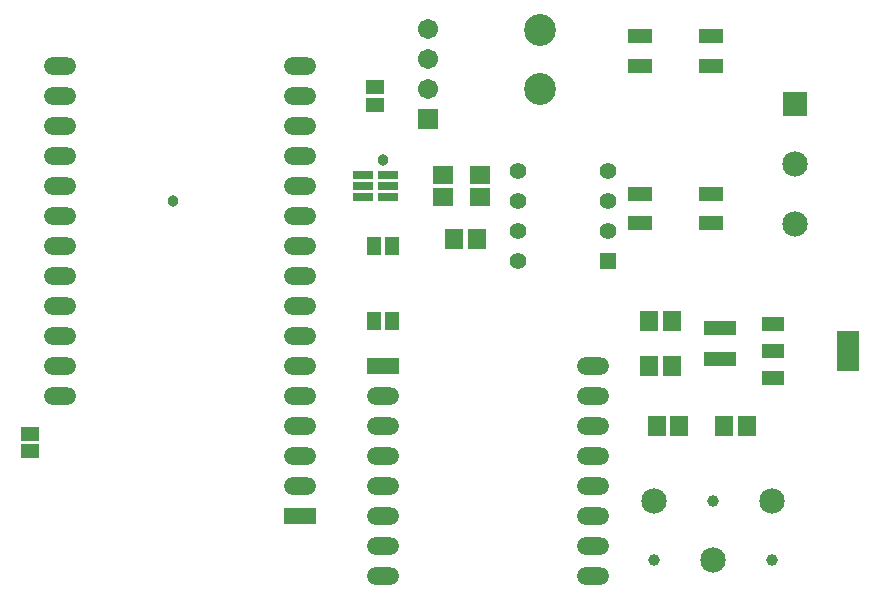
<source format=gts>
G04*
G04 #@! TF.GenerationSoftware,Altium Limited,Altium Designer,22.5.1 (42)*
G04*
G04 Layer_Color=8388736*
%FSLAX44Y44*%
%MOMM*%
G71*
G04*
G04 #@! TF.SameCoordinates,8346B9DA-9F02-4375-9B92-E9104D78EC3E*
G04*
G04*
G04 #@! TF.FilePolarity,Negative*
G04*
G01*
G75*
%ADD25R,2.0532X1.1532*%
%ADD26R,2.8032X1.3032*%
%ADD27R,1.3032X1.6032*%
%ADD28R,1.5032X1.7032*%
%ADD29R,1.9532X3.4032*%
%ADD30R,1.9532X1.1532*%
%ADD31R,1.6532X0.7532*%
%ADD32R,1.6532X0.7532*%
%ADD33R,1.6032X1.3032*%
%ADD34R,1.7032X1.5032*%
%ADD35C,1.4032*%
%ADD36R,1.4032X1.4032*%
%ADD37C,2.1532*%
%ADD38R,2.1532X2.1532*%
%ADD39C,1.0032*%
%ADD40R,1.7032X1.7032*%
%ADD41C,1.7032*%
%ADD42R,2.7432X1.4732*%
%ADD43O,2.7432X1.4732*%
%ADD44C,2.7032*%
%ADD45C,0.9652*%
D25*
X595400Y482400D02*
D03*
Y457400D02*
D03*
X534900D02*
D03*
Y482400D02*
D03*
Y349050D02*
D03*
Y324050D02*
D03*
X595400D02*
D03*
Y349050D02*
D03*
D26*
X603250Y235750D02*
D03*
Y208750D02*
D03*
D27*
X325000Y241300D02*
D03*
X310000D02*
D03*
X325000Y304800D02*
D03*
X310000D02*
D03*
D28*
X561950Y203200D02*
D03*
X542950D02*
D03*
X549300Y152400D02*
D03*
X568300D02*
D03*
X396850Y311150D02*
D03*
X377850D02*
D03*
X561950Y241300D02*
D03*
X542950D02*
D03*
X625450Y152400D02*
D03*
X606450D02*
D03*
D29*
X710950Y215900D02*
D03*
D30*
X647950Y192900D02*
D03*
Y215900D02*
D03*
Y238900D02*
D03*
D31*
X321900Y365100D02*
D03*
Y355600D02*
D03*
Y346100D02*
D03*
X300400D02*
D03*
Y355600D02*
D03*
D32*
X300400Y365100D02*
D03*
D33*
X19050Y146050D02*
D03*
Y131050D02*
D03*
X311150Y439300D02*
D03*
Y424300D02*
D03*
D34*
X368300Y365100D02*
D03*
Y346100D02*
D03*
X400050D02*
D03*
Y365100D02*
D03*
D35*
X431800Y292100D02*
D03*
Y317500D02*
D03*
Y342900D02*
D03*
Y368300D02*
D03*
X508000D02*
D03*
Y342900D02*
D03*
Y317500D02*
D03*
D36*
Y292100D02*
D03*
D37*
X666750Y323850D02*
D03*
Y374650D02*
D03*
X596900Y38900D02*
D03*
X646900Y88900D02*
D03*
X546900D02*
D03*
D38*
X666750Y425450D02*
D03*
D39*
X646900Y38900D02*
D03*
X546900D02*
D03*
X596900Y88900D02*
D03*
D40*
X355600Y412750D02*
D03*
D41*
Y438150D02*
D03*
Y463550D02*
D03*
Y488950D02*
D03*
D42*
X317500Y203200D02*
D03*
X247650Y76200D02*
D03*
D43*
X317500Y177800D02*
D03*
Y152400D02*
D03*
Y127000D02*
D03*
Y101600D02*
D03*
Y76200D02*
D03*
Y50800D02*
D03*
Y25400D02*
D03*
X495300Y203200D02*
D03*
Y177800D02*
D03*
Y152400D02*
D03*
Y127000D02*
D03*
Y101600D02*
D03*
Y76200D02*
D03*
Y50800D02*
D03*
Y25400D02*
D03*
X247650Y101600D02*
D03*
Y127000D02*
D03*
Y152400D02*
D03*
Y177800D02*
D03*
Y203200D02*
D03*
Y228600D02*
D03*
Y254000D02*
D03*
Y279400D02*
D03*
Y304800D02*
D03*
Y330200D02*
D03*
Y355600D02*
D03*
Y381000D02*
D03*
Y406400D02*
D03*
Y431800D02*
D03*
Y457200D02*
D03*
X44450Y177800D02*
D03*
Y203200D02*
D03*
Y228600D02*
D03*
Y254000D02*
D03*
Y279400D02*
D03*
Y304800D02*
D03*
Y330200D02*
D03*
Y355600D02*
D03*
Y381000D02*
D03*
Y406400D02*
D03*
Y431800D02*
D03*
Y457200D02*
D03*
D44*
X450850Y437896D02*
D03*
Y487896D02*
D03*
D45*
X139700Y342900D02*
D03*
X317500Y377952D02*
D03*
M02*

</source>
